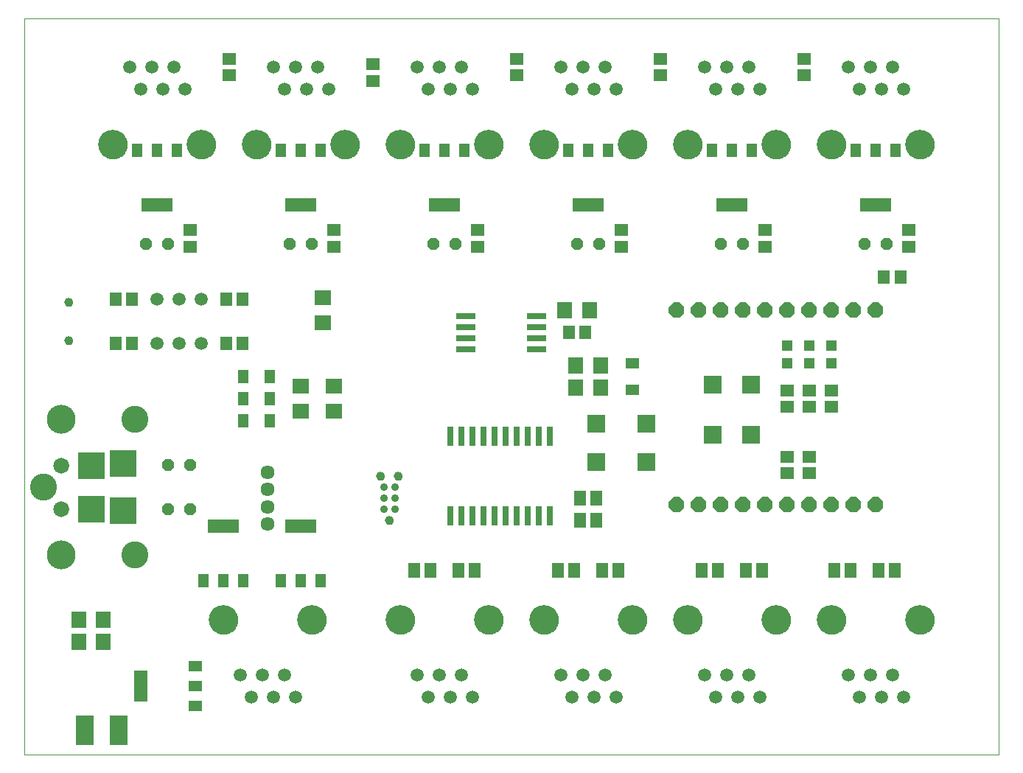
<source format=gbs>
G75*
%MOIN*%
%OFA0B0*%
%FSLAX24Y24*%
%IPPOS*%
%LPD*%
%AMOC8*
5,1,8,0,0,1.08239X$1,22.5*
%
%ADD10C,0.0000*%
%ADD11C,0.0594*%
%ADD12C,0.1320*%
%ADD13R,0.0670X0.0750*%
%ADD14R,0.0552X0.0631*%
%ADD15R,0.0631X0.0552*%
%ADD16OC8,0.0560*%
%ADD17R,0.0670X0.0749*%
%ADD18C,0.1221*%
%ADD19C,0.1306*%
%ADD20R,0.1221X0.1221*%
%ADD21C,0.0709*%
%ADD22R,0.0788X0.1379*%
%ADD23C,0.0350*%
%ADD24C,0.0390*%
%ADD25R,0.0749X0.0670*%
%ADD26R,0.0512X0.0591*%
%ADD27R,0.0591X0.0512*%
%ADD28C,0.0591*%
%ADD29R,0.1418X0.0591*%
%ADD30R,0.0790X0.0790*%
%ADD31C,0.0394*%
%ADD32R,0.0910X0.0280*%
%ADD33R,0.0591X0.1418*%
%ADD34C,0.0634*%
%ADD35R,0.0276X0.0906*%
%ADD36R,0.0552X0.0670*%
%ADD37OC8,0.0700*%
%ADD38R,0.0512X0.0512*%
D10*
X003100Y002000D02*
X003100Y035296D01*
X047170Y035296D01*
X047170Y002000D01*
X003100Y002000D01*
X011460Y008100D02*
X011462Y008150D01*
X011468Y008200D01*
X011478Y008249D01*
X011491Y008298D01*
X011509Y008345D01*
X011530Y008391D01*
X011554Y008434D01*
X011582Y008476D01*
X011613Y008516D01*
X011647Y008553D01*
X011684Y008587D01*
X011724Y008618D01*
X011766Y008646D01*
X011809Y008670D01*
X011855Y008691D01*
X011902Y008709D01*
X011951Y008722D01*
X012000Y008732D01*
X012050Y008738D01*
X012100Y008740D01*
X012150Y008738D01*
X012200Y008732D01*
X012249Y008722D01*
X012298Y008709D01*
X012345Y008691D01*
X012391Y008670D01*
X012434Y008646D01*
X012476Y008618D01*
X012516Y008587D01*
X012553Y008553D01*
X012587Y008516D01*
X012618Y008476D01*
X012646Y008434D01*
X012670Y008391D01*
X012691Y008345D01*
X012709Y008298D01*
X012722Y008249D01*
X012732Y008200D01*
X012738Y008150D01*
X012740Y008100D01*
X012738Y008050D01*
X012732Y008000D01*
X012722Y007951D01*
X012709Y007902D01*
X012691Y007855D01*
X012670Y007809D01*
X012646Y007766D01*
X012618Y007724D01*
X012587Y007684D01*
X012553Y007647D01*
X012516Y007613D01*
X012476Y007582D01*
X012434Y007554D01*
X012391Y007530D01*
X012345Y007509D01*
X012298Y007491D01*
X012249Y007478D01*
X012200Y007468D01*
X012150Y007462D01*
X012100Y007460D01*
X012050Y007462D01*
X012000Y007468D01*
X011951Y007478D01*
X011902Y007491D01*
X011855Y007509D01*
X011809Y007530D01*
X011766Y007554D01*
X011724Y007582D01*
X011684Y007613D01*
X011647Y007647D01*
X011613Y007684D01*
X011582Y007724D01*
X011554Y007766D01*
X011530Y007809D01*
X011509Y007855D01*
X011491Y007902D01*
X011478Y007951D01*
X011468Y008000D01*
X011462Y008050D01*
X011460Y008100D01*
X015460Y008100D02*
X015462Y008150D01*
X015468Y008200D01*
X015478Y008249D01*
X015491Y008298D01*
X015509Y008345D01*
X015530Y008391D01*
X015554Y008434D01*
X015582Y008476D01*
X015613Y008516D01*
X015647Y008553D01*
X015684Y008587D01*
X015724Y008618D01*
X015766Y008646D01*
X015809Y008670D01*
X015855Y008691D01*
X015902Y008709D01*
X015951Y008722D01*
X016000Y008732D01*
X016050Y008738D01*
X016100Y008740D01*
X016150Y008738D01*
X016200Y008732D01*
X016249Y008722D01*
X016298Y008709D01*
X016345Y008691D01*
X016391Y008670D01*
X016434Y008646D01*
X016476Y008618D01*
X016516Y008587D01*
X016553Y008553D01*
X016587Y008516D01*
X016618Y008476D01*
X016646Y008434D01*
X016670Y008391D01*
X016691Y008345D01*
X016709Y008298D01*
X016722Y008249D01*
X016732Y008200D01*
X016738Y008150D01*
X016740Y008100D01*
X016738Y008050D01*
X016732Y008000D01*
X016722Y007951D01*
X016709Y007902D01*
X016691Y007855D01*
X016670Y007809D01*
X016646Y007766D01*
X016618Y007724D01*
X016587Y007684D01*
X016553Y007647D01*
X016516Y007613D01*
X016476Y007582D01*
X016434Y007554D01*
X016391Y007530D01*
X016345Y007509D01*
X016298Y007491D01*
X016249Y007478D01*
X016200Y007468D01*
X016150Y007462D01*
X016100Y007460D01*
X016050Y007462D01*
X016000Y007468D01*
X015951Y007478D01*
X015902Y007491D01*
X015855Y007509D01*
X015809Y007530D01*
X015766Y007554D01*
X015724Y007582D01*
X015684Y007613D01*
X015647Y007647D01*
X015613Y007684D01*
X015582Y007724D01*
X015554Y007766D01*
X015530Y007809D01*
X015509Y007855D01*
X015491Y007902D01*
X015478Y007951D01*
X015468Y008000D01*
X015462Y008050D01*
X015460Y008100D01*
X019460Y008100D02*
X019462Y008150D01*
X019468Y008200D01*
X019478Y008249D01*
X019491Y008298D01*
X019509Y008345D01*
X019530Y008391D01*
X019554Y008434D01*
X019582Y008476D01*
X019613Y008516D01*
X019647Y008553D01*
X019684Y008587D01*
X019724Y008618D01*
X019766Y008646D01*
X019809Y008670D01*
X019855Y008691D01*
X019902Y008709D01*
X019951Y008722D01*
X020000Y008732D01*
X020050Y008738D01*
X020100Y008740D01*
X020150Y008738D01*
X020200Y008732D01*
X020249Y008722D01*
X020298Y008709D01*
X020345Y008691D01*
X020391Y008670D01*
X020434Y008646D01*
X020476Y008618D01*
X020516Y008587D01*
X020553Y008553D01*
X020587Y008516D01*
X020618Y008476D01*
X020646Y008434D01*
X020670Y008391D01*
X020691Y008345D01*
X020709Y008298D01*
X020722Y008249D01*
X020732Y008200D01*
X020738Y008150D01*
X020740Y008100D01*
X020738Y008050D01*
X020732Y008000D01*
X020722Y007951D01*
X020709Y007902D01*
X020691Y007855D01*
X020670Y007809D01*
X020646Y007766D01*
X020618Y007724D01*
X020587Y007684D01*
X020553Y007647D01*
X020516Y007613D01*
X020476Y007582D01*
X020434Y007554D01*
X020391Y007530D01*
X020345Y007509D01*
X020298Y007491D01*
X020249Y007478D01*
X020200Y007468D01*
X020150Y007462D01*
X020100Y007460D01*
X020050Y007462D01*
X020000Y007468D01*
X019951Y007478D01*
X019902Y007491D01*
X019855Y007509D01*
X019809Y007530D01*
X019766Y007554D01*
X019724Y007582D01*
X019684Y007613D01*
X019647Y007647D01*
X019613Y007684D01*
X019582Y007724D01*
X019554Y007766D01*
X019530Y007809D01*
X019509Y007855D01*
X019491Y007902D01*
X019478Y007951D01*
X019468Y008000D01*
X019462Y008050D01*
X019460Y008100D01*
X023460Y008100D02*
X023462Y008150D01*
X023468Y008200D01*
X023478Y008249D01*
X023491Y008298D01*
X023509Y008345D01*
X023530Y008391D01*
X023554Y008434D01*
X023582Y008476D01*
X023613Y008516D01*
X023647Y008553D01*
X023684Y008587D01*
X023724Y008618D01*
X023766Y008646D01*
X023809Y008670D01*
X023855Y008691D01*
X023902Y008709D01*
X023951Y008722D01*
X024000Y008732D01*
X024050Y008738D01*
X024100Y008740D01*
X024150Y008738D01*
X024200Y008732D01*
X024249Y008722D01*
X024298Y008709D01*
X024345Y008691D01*
X024391Y008670D01*
X024434Y008646D01*
X024476Y008618D01*
X024516Y008587D01*
X024553Y008553D01*
X024587Y008516D01*
X024618Y008476D01*
X024646Y008434D01*
X024670Y008391D01*
X024691Y008345D01*
X024709Y008298D01*
X024722Y008249D01*
X024732Y008200D01*
X024738Y008150D01*
X024740Y008100D01*
X024738Y008050D01*
X024732Y008000D01*
X024722Y007951D01*
X024709Y007902D01*
X024691Y007855D01*
X024670Y007809D01*
X024646Y007766D01*
X024618Y007724D01*
X024587Y007684D01*
X024553Y007647D01*
X024516Y007613D01*
X024476Y007582D01*
X024434Y007554D01*
X024391Y007530D01*
X024345Y007509D01*
X024298Y007491D01*
X024249Y007478D01*
X024200Y007468D01*
X024150Y007462D01*
X024100Y007460D01*
X024050Y007462D01*
X024000Y007468D01*
X023951Y007478D01*
X023902Y007491D01*
X023855Y007509D01*
X023809Y007530D01*
X023766Y007554D01*
X023724Y007582D01*
X023684Y007613D01*
X023647Y007647D01*
X023613Y007684D01*
X023582Y007724D01*
X023554Y007766D01*
X023530Y007809D01*
X023509Y007855D01*
X023491Y007902D01*
X023478Y007951D01*
X023468Y008000D01*
X023462Y008050D01*
X023460Y008100D01*
X025960Y008100D02*
X025962Y008150D01*
X025968Y008200D01*
X025978Y008249D01*
X025991Y008298D01*
X026009Y008345D01*
X026030Y008391D01*
X026054Y008434D01*
X026082Y008476D01*
X026113Y008516D01*
X026147Y008553D01*
X026184Y008587D01*
X026224Y008618D01*
X026266Y008646D01*
X026309Y008670D01*
X026355Y008691D01*
X026402Y008709D01*
X026451Y008722D01*
X026500Y008732D01*
X026550Y008738D01*
X026600Y008740D01*
X026650Y008738D01*
X026700Y008732D01*
X026749Y008722D01*
X026798Y008709D01*
X026845Y008691D01*
X026891Y008670D01*
X026934Y008646D01*
X026976Y008618D01*
X027016Y008587D01*
X027053Y008553D01*
X027087Y008516D01*
X027118Y008476D01*
X027146Y008434D01*
X027170Y008391D01*
X027191Y008345D01*
X027209Y008298D01*
X027222Y008249D01*
X027232Y008200D01*
X027238Y008150D01*
X027240Y008100D01*
X027238Y008050D01*
X027232Y008000D01*
X027222Y007951D01*
X027209Y007902D01*
X027191Y007855D01*
X027170Y007809D01*
X027146Y007766D01*
X027118Y007724D01*
X027087Y007684D01*
X027053Y007647D01*
X027016Y007613D01*
X026976Y007582D01*
X026934Y007554D01*
X026891Y007530D01*
X026845Y007509D01*
X026798Y007491D01*
X026749Y007478D01*
X026700Y007468D01*
X026650Y007462D01*
X026600Y007460D01*
X026550Y007462D01*
X026500Y007468D01*
X026451Y007478D01*
X026402Y007491D01*
X026355Y007509D01*
X026309Y007530D01*
X026266Y007554D01*
X026224Y007582D01*
X026184Y007613D01*
X026147Y007647D01*
X026113Y007684D01*
X026082Y007724D01*
X026054Y007766D01*
X026030Y007809D01*
X026009Y007855D01*
X025991Y007902D01*
X025978Y007951D01*
X025968Y008000D01*
X025962Y008050D01*
X025960Y008100D01*
X029960Y008100D02*
X029962Y008150D01*
X029968Y008200D01*
X029978Y008249D01*
X029991Y008298D01*
X030009Y008345D01*
X030030Y008391D01*
X030054Y008434D01*
X030082Y008476D01*
X030113Y008516D01*
X030147Y008553D01*
X030184Y008587D01*
X030224Y008618D01*
X030266Y008646D01*
X030309Y008670D01*
X030355Y008691D01*
X030402Y008709D01*
X030451Y008722D01*
X030500Y008732D01*
X030550Y008738D01*
X030600Y008740D01*
X030650Y008738D01*
X030700Y008732D01*
X030749Y008722D01*
X030798Y008709D01*
X030845Y008691D01*
X030891Y008670D01*
X030934Y008646D01*
X030976Y008618D01*
X031016Y008587D01*
X031053Y008553D01*
X031087Y008516D01*
X031118Y008476D01*
X031146Y008434D01*
X031170Y008391D01*
X031191Y008345D01*
X031209Y008298D01*
X031222Y008249D01*
X031232Y008200D01*
X031238Y008150D01*
X031240Y008100D01*
X031238Y008050D01*
X031232Y008000D01*
X031222Y007951D01*
X031209Y007902D01*
X031191Y007855D01*
X031170Y007809D01*
X031146Y007766D01*
X031118Y007724D01*
X031087Y007684D01*
X031053Y007647D01*
X031016Y007613D01*
X030976Y007582D01*
X030934Y007554D01*
X030891Y007530D01*
X030845Y007509D01*
X030798Y007491D01*
X030749Y007478D01*
X030700Y007468D01*
X030650Y007462D01*
X030600Y007460D01*
X030550Y007462D01*
X030500Y007468D01*
X030451Y007478D01*
X030402Y007491D01*
X030355Y007509D01*
X030309Y007530D01*
X030266Y007554D01*
X030224Y007582D01*
X030184Y007613D01*
X030147Y007647D01*
X030113Y007684D01*
X030082Y007724D01*
X030054Y007766D01*
X030030Y007809D01*
X030009Y007855D01*
X029991Y007902D01*
X029978Y007951D01*
X029968Y008000D01*
X029962Y008050D01*
X029960Y008100D01*
X032460Y008100D02*
X032462Y008150D01*
X032468Y008200D01*
X032478Y008249D01*
X032491Y008298D01*
X032509Y008345D01*
X032530Y008391D01*
X032554Y008434D01*
X032582Y008476D01*
X032613Y008516D01*
X032647Y008553D01*
X032684Y008587D01*
X032724Y008618D01*
X032766Y008646D01*
X032809Y008670D01*
X032855Y008691D01*
X032902Y008709D01*
X032951Y008722D01*
X033000Y008732D01*
X033050Y008738D01*
X033100Y008740D01*
X033150Y008738D01*
X033200Y008732D01*
X033249Y008722D01*
X033298Y008709D01*
X033345Y008691D01*
X033391Y008670D01*
X033434Y008646D01*
X033476Y008618D01*
X033516Y008587D01*
X033553Y008553D01*
X033587Y008516D01*
X033618Y008476D01*
X033646Y008434D01*
X033670Y008391D01*
X033691Y008345D01*
X033709Y008298D01*
X033722Y008249D01*
X033732Y008200D01*
X033738Y008150D01*
X033740Y008100D01*
X033738Y008050D01*
X033732Y008000D01*
X033722Y007951D01*
X033709Y007902D01*
X033691Y007855D01*
X033670Y007809D01*
X033646Y007766D01*
X033618Y007724D01*
X033587Y007684D01*
X033553Y007647D01*
X033516Y007613D01*
X033476Y007582D01*
X033434Y007554D01*
X033391Y007530D01*
X033345Y007509D01*
X033298Y007491D01*
X033249Y007478D01*
X033200Y007468D01*
X033150Y007462D01*
X033100Y007460D01*
X033050Y007462D01*
X033000Y007468D01*
X032951Y007478D01*
X032902Y007491D01*
X032855Y007509D01*
X032809Y007530D01*
X032766Y007554D01*
X032724Y007582D01*
X032684Y007613D01*
X032647Y007647D01*
X032613Y007684D01*
X032582Y007724D01*
X032554Y007766D01*
X032530Y007809D01*
X032509Y007855D01*
X032491Y007902D01*
X032478Y007951D01*
X032468Y008000D01*
X032462Y008050D01*
X032460Y008100D01*
X036460Y008100D02*
X036462Y008150D01*
X036468Y008200D01*
X036478Y008249D01*
X036491Y008298D01*
X036509Y008345D01*
X036530Y008391D01*
X036554Y008434D01*
X036582Y008476D01*
X036613Y008516D01*
X036647Y008553D01*
X036684Y008587D01*
X036724Y008618D01*
X036766Y008646D01*
X036809Y008670D01*
X036855Y008691D01*
X036902Y008709D01*
X036951Y008722D01*
X037000Y008732D01*
X037050Y008738D01*
X037100Y008740D01*
X037150Y008738D01*
X037200Y008732D01*
X037249Y008722D01*
X037298Y008709D01*
X037345Y008691D01*
X037391Y008670D01*
X037434Y008646D01*
X037476Y008618D01*
X037516Y008587D01*
X037553Y008553D01*
X037587Y008516D01*
X037618Y008476D01*
X037646Y008434D01*
X037670Y008391D01*
X037691Y008345D01*
X037709Y008298D01*
X037722Y008249D01*
X037732Y008200D01*
X037738Y008150D01*
X037740Y008100D01*
X037738Y008050D01*
X037732Y008000D01*
X037722Y007951D01*
X037709Y007902D01*
X037691Y007855D01*
X037670Y007809D01*
X037646Y007766D01*
X037618Y007724D01*
X037587Y007684D01*
X037553Y007647D01*
X037516Y007613D01*
X037476Y007582D01*
X037434Y007554D01*
X037391Y007530D01*
X037345Y007509D01*
X037298Y007491D01*
X037249Y007478D01*
X037200Y007468D01*
X037150Y007462D01*
X037100Y007460D01*
X037050Y007462D01*
X037000Y007468D01*
X036951Y007478D01*
X036902Y007491D01*
X036855Y007509D01*
X036809Y007530D01*
X036766Y007554D01*
X036724Y007582D01*
X036684Y007613D01*
X036647Y007647D01*
X036613Y007684D01*
X036582Y007724D01*
X036554Y007766D01*
X036530Y007809D01*
X036509Y007855D01*
X036491Y007902D01*
X036478Y007951D01*
X036468Y008000D01*
X036462Y008050D01*
X036460Y008100D01*
X038960Y008100D02*
X038962Y008150D01*
X038968Y008200D01*
X038978Y008249D01*
X038991Y008298D01*
X039009Y008345D01*
X039030Y008391D01*
X039054Y008434D01*
X039082Y008476D01*
X039113Y008516D01*
X039147Y008553D01*
X039184Y008587D01*
X039224Y008618D01*
X039266Y008646D01*
X039309Y008670D01*
X039355Y008691D01*
X039402Y008709D01*
X039451Y008722D01*
X039500Y008732D01*
X039550Y008738D01*
X039600Y008740D01*
X039650Y008738D01*
X039700Y008732D01*
X039749Y008722D01*
X039798Y008709D01*
X039845Y008691D01*
X039891Y008670D01*
X039934Y008646D01*
X039976Y008618D01*
X040016Y008587D01*
X040053Y008553D01*
X040087Y008516D01*
X040118Y008476D01*
X040146Y008434D01*
X040170Y008391D01*
X040191Y008345D01*
X040209Y008298D01*
X040222Y008249D01*
X040232Y008200D01*
X040238Y008150D01*
X040240Y008100D01*
X040238Y008050D01*
X040232Y008000D01*
X040222Y007951D01*
X040209Y007902D01*
X040191Y007855D01*
X040170Y007809D01*
X040146Y007766D01*
X040118Y007724D01*
X040087Y007684D01*
X040053Y007647D01*
X040016Y007613D01*
X039976Y007582D01*
X039934Y007554D01*
X039891Y007530D01*
X039845Y007509D01*
X039798Y007491D01*
X039749Y007478D01*
X039700Y007468D01*
X039650Y007462D01*
X039600Y007460D01*
X039550Y007462D01*
X039500Y007468D01*
X039451Y007478D01*
X039402Y007491D01*
X039355Y007509D01*
X039309Y007530D01*
X039266Y007554D01*
X039224Y007582D01*
X039184Y007613D01*
X039147Y007647D01*
X039113Y007684D01*
X039082Y007724D01*
X039054Y007766D01*
X039030Y007809D01*
X039009Y007855D01*
X038991Y007902D01*
X038978Y007951D01*
X038968Y008000D01*
X038962Y008050D01*
X038960Y008100D01*
X042960Y008100D02*
X042962Y008150D01*
X042968Y008200D01*
X042978Y008249D01*
X042991Y008298D01*
X043009Y008345D01*
X043030Y008391D01*
X043054Y008434D01*
X043082Y008476D01*
X043113Y008516D01*
X043147Y008553D01*
X043184Y008587D01*
X043224Y008618D01*
X043266Y008646D01*
X043309Y008670D01*
X043355Y008691D01*
X043402Y008709D01*
X043451Y008722D01*
X043500Y008732D01*
X043550Y008738D01*
X043600Y008740D01*
X043650Y008738D01*
X043700Y008732D01*
X043749Y008722D01*
X043798Y008709D01*
X043845Y008691D01*
X043891Y008670D01*
X043934Y008646D01*
X043976Y008618D01*
X044016Y008587D01*
X044053Y008553D01*
X044087Y008516D01*
X044118Y008476D01*
X044146Y008434D01*
X044170Y008391D01*
X044191Y008345D01*
X044209Y008298D01*
X044222Y008249D01*
X044232Y008200D01*
X044238Y008150D01*
X044240Y008100D01*
X044238Y008050D01*
X044232Y008000D01*
X044222Y007951D01*
X044209Y007902D01*
X044191Y007855D01*
X044170Y007809D01*
X044146Y007766D01*
X044118Y007724D01*
X044087Y007684D01*
X044053Y007647D01*
X044016Y007613D01*
X043976Y007582D01*
X043934Y007554D01*
X043891Y007530D01*
X043845Y007509D01*
X043798Y007491D01*
X043749Y007478D01*
X043700Y007468D01*
X043650Y007462D01*
X043600Y007460D01*
X043550Y007462D01*
X043500Y007468D01*
X043451Y007478D01*
X043402Y007491D01*
X043355Y007509D01*
X043309Y007530D01*
X043266Y007554D01*
X043224Y007582D01*
X043184Y007613D01*
X043147Y007647D01*
X043113Y007684D01*
X043082Y007724D01*
X043054Y007766D01*
X043030Y007809D01*
X043009Y007855D01*
X042991Y007902D01*
X042978Y007951D01*
X042968Y008000D01*
X042962Y008050D01*
X042960Y008100D01*
X019825Y014600D02*
X019827Y014626D01*
X019833Y014652D01*
X019842Y014676D01*
X019855Y014699D01*
X019872Y014719D01*
X019891Y014737D01*
X019913Y014752D01*
X019936Y014763D01*
X019961Y014771D01*
X019987Y014775D01*
X020013Y014775D01*
X020039Y014771D01*
X020064Y014763D01*
X020088Y014752D01*
X020109Y014737D01*
X020128Y014719D01*
X020145Y014699D01*
X020158Y014676D01*
X020167Y014652D01*
X020173Y014626D01*
X020175Y014600D01*
X020173Y014574D01*
X020167Y014548D01*
X020158Y014524D01*
X020145Y014501D01*
X020128Y014481D01*
X020109Y014463D01*
X020087Y014448D01*
X020064Y014437D01*
X020039Y014429D01*
X020013Y014425D01*
X019987Y014425D01*
X019961Y014429D01*
X019936Y014437D01*
X019912Y014448D01*
X019891Y014463D01*
X019872Y014481D01*
X019855Y014501D01*
X019842Y014524D01*
X019833Y014548D01*
X019827Y014574D01*
X019825Y014600D01*
X019025Y014600D02*
X019027Y014626D01*
X019033Y014652D01*
X019042Y014676D01*
X019055Y014699D01*
X019072Y014719D01*
X019091Y014737D01*
X019113Y014752D01*
X019136Y014763D01*
X019161Y014771D01*
X019187Y014775D01*
X019213Y014775D01*
X019239Y014771D01*
X019264Y014763D01*
X019288Y014752D01*
X019309Y014737D01*
X019328Y014719D01*
X019345Y014699D01*
X019358Y014676D01*
X019367Y014652D01*
X019373Y014626D01*
X019375Y014600D01*
X019373Y014574D01*
X019367Y014548D01*
X019358Y014524D01*
X019345Y014501D01*
X019328Y014481D01*
X019309Y014463D01*
X019287Y014448D01*
X019264Y014437D01*
X019239Y014429D01*
X019213Y014425D01*
X019187Y014425D01*
X019161Y014429D01*
X019136Y014437D01*
X019112Y014448D01*
X019091Y014463D01*
X019072Y014481D01*
X019055Y014501D01*
X019042Y014524D01*
X019033Y014548D01*
X019027Y014574D01*
X019025Y014600D01*
X019425Y012600D02*
X019427Y012626D01*
X019433Y012652D01*
X019442Y012676D01*
X019455Y012699D01*
X019472Y012719D01*
X019491Y012737D01*
X019513Y012752D01*
X019536Y012763D01*
X019561Y012771D01*
X019587Y012775D01*
X019613Y012775D01*
X019639Y012771D01*
X019664Y012763D01*
X019688Y012752D01*
X019709Y012737D01*
X019728Y012719D01*
X019745Y012699D01*
X019758Y012676D01*
X019767Y012652D01*
X019773Y012626D01*
X019775Y012600D01*
X019773Y012574D01*
X019767Y012548D01*
X019758Y012524D01*
X019745Y012501D01*
X019728Y012481D01*
X019709Y012463D01*
X019687Y012448D01*
X019664Y012437D01*
X019639Y012429D01*
X019613Y012425D01*
X019587Y012425D01*
X019561Y012429D01*
X019536Y012437D01*
X019512Y012448D01*
X019491Y012463D01*
X019472Y012481D01*
X019455Y012501D01*
X019442Y012524D01*
X019433Y012548D01*
X019427Y012574D01*
X019425Y012600D01*
X004923Y020734D02*
X004925Y020760D01*
X004931Y020786D01*
X004941Y020811D01*
X004954Y020834D01*
X004970Y020854D01*
X004990Y020872D01*
X005012Y020887D01*
X005035Y020899D01*
X005061Y020907D01*
X005087Y020911D01*
X005113Y020911D01*
X005139Y020907D01*
X005165Y020899D01*
X005189Y020887D01*
X005210Y020872D01*
X005230Y020854D01*
X005246Y020834D01*
X005259Y020811D01*
X005269Y020786D01*
X005275Y020760D01*
X005277Y020734D01*
X005275Y020708D01*
X005269Y020682D01*
X005259Y020657D01*
X005246Y020634D01*
X005230Y020614D01*
X005210Y020596D01*
X005188Y020581D01*
X005165Y020569D01*
X005139Y020561D01*
X005113Y020557D01*
X005087Y020557D01*
X005061Y020561D01*
X005035Y020569D01*
X005011Y020581D01*
X004990Y020596D01*
X004970Y020614D01*
X004954Y020634D01*
X004941Y020657D01*
X004931Y020682D01*
X004925Y020708D01*
X004923Y020734D01*
X004923Y022466D02*
X004925Y022492D01*
X004931Y022518D01*
X004941Y022543D01*
X004954Y022566D01*
X004970Y022586D01*
X004990Y022604D01*
X005012Y022619D01*
X005035Y022631D01*
X005061Y022639D01*
X005087Y022643D01*
X005113Y022643D01*
X005139Y022639D01*
X005165Y022631D01*
X005189Y022619D01*
X005210Y022604D01*
X005230Y022586D01*
X005246Y022566D01*
X005259Y022543D01*
X005269Y022518D01*
X005275Y022492D01*
X005277Y022466D01*
X005275Y022440D01*
X005269Y022414D01*
X005259Y022389D01*
X005246Y022366D01*
X005230Y022346D01*
X005210Y022328D01*
X005188Y022313D01*
X005165Y022301D01*
X005139Y022293D01*
X005113Y022289D01*
X005087Y022289D01*
X005061Y022293D01*
X005035Y022301D01*
X005011Y022313D01*
X004990Y022328D01*
X004970Y022346D01*
X004954Y022366D01*
X004941Y022389D01*
X004931Y022414D01*
X004925Y022440D01*
X004923Y022466D01*
X004419Y015084D02*
X004421Y015120D01*
X004427Y015156D01*
X004437Y015191D01*
X004450Y015225D01*
X004467Y015257D01*
X004487Y015287D01*
X004511Y015314D01*
X004537Y015339D01*
X004566Y015361D01*
X004597Y015380D01*
X004630Y015395D01*
X004664Y015407D01*
X004700Y015415D01*
X004736Y015419D01*
X004772Y015419D01*
X004808Y015415D01*
X004844Y015407D01*
X004878Y015395D01*
X004911Y015380D01*
X004942Y015361D01*
X004971Y015339D01*
X004997Y015314D01*
X005021Y015287D01*
X005041Y015257D01*
X005058Y015225D01*
X005071Y015191D01*
X005081Y015156D01*
X005087Y015120D01*
X005089Y015084D01*
X005087Y015048D01*
X005081Y015012D01*
X005071Y014977D01*
X005058Y014943D01*
X005041Y014911D01*
X005021Y014881D01*
X004997Y014854D01*
X004971Y014829D01*
X004942Y014807D01*
X004911Y014788D01*
X004878Y014773D01*
X004844Y014761D01*
X004808Y014753D01*
X004772Y014749D01*
X004736Y014749D01*
X004700Y014753D01*
X004664Y014761D01*
X004630Y014773D01*
X004597Y014788D01*
X004566Y014807D01*
X004537Y014829D01*
X004511Y014854D01*
X004487Y014881D01*
X004467Y014911D01*
X004450Y014943D01*
X004437Y014977D01*
X004427Y015012D01*
X004421Y015048D01*
X004419Y015084D01*
X004419Y013116D02*
X004421Y013152D01*
X004427Y013188D01*
X004437Y013223D01*
X004450Y013257D01*
X004467Y013289D01*
X004487Y013319D01*
X004511Y013346D01*
X004537Y013371D01*
X004566Y013393D01*
X004597Y013412D01*
X004630Y013427D01*
X004664Y013439D01*
X004700Y013447D01*
X004736Y013451D01*
X004772Y013451D01*
X004808Y013447D01*
X004844Y013439D01*
X004878Y013427D01*
X004911Y013412D01*
X004942Y013393D01*
X004971Y013371D01*
X004997Y013346D01*
X005021Y013319D01*
X005041Y013289D01*
X005058Y013257D01*
X005071Y013223D01*
X005081Y013188D01*
X005087Y013152D01*
X005089Y013116D01*
X005087Y013080D01*
X005081Y013044D01*
X005071Y013009D01*
X005058Y012975D01*
X005041Y012943D01*
X005021Y012913D01*
X004997Y012886D01*
X004971Y012861D01*
X004942Y012839D01*
X004911Y012820D01*
X004878Y012805D01*
X004844Y012793D01*
X004808Y012785D01*
X004772Y012781D01*
X004736Y012781D01*
X004700Y012785D01*
X004664Y012793D01*
X004630Y012805D01*
X004597Y012820D01*
X004566Y012839D01*
X004537Y012861D01*
X004511Y012886D01*
X004487Y012913D01*
X004467Y012943D01*
X004450Y012975D01*
X004437Y013009D01*
X004427Y013044D01*
X004421Y013080D01*
X004419Y013116D01*
X006460Y029600D02*
X006462Y029650D01*
X006468Y029700D01*
X006478Y029749D01*
X006491Y029798D01*
X006509Y029845D01*
X006530Y029891D01*
X006554Y029934D01*
X006582Y029976D01*
X006613Y030016D01*
X006647Y030053D01*
X006684Y030087D01*
X006724Y030118D01*
X006766Y030146D01*
X006809Y030170D01*
X006855Y030191D01*
X006902Y030209D01*
X006951Y030222D01*
X007000Y030232D01*
X007050Y030238D01*
X007100Y030240D01*
X007150Y030238D01*
X007200Y030232D01*
X007249Y030222D01*
X007298Y030209D01*
X007345Y030191D01*
X007391Y030170D01*
X007434Y030146D01*
X007476Y030118D01*
X007516Y030087D01*
X007553Y030053D01*
X007587Y030016D01*
X007618Y029976D01*
X007646Y029934D01*
X007670Y029891D01*
X007691Y029845D01*
X007709Y029798D01*
X007722Y029749D01*
X007732Y029700D01*
X007738Y029650D01*
X007740Y029600D01*
X007738Y029550D01*
X007732Y029500D01*
X007722Y029451D01*
X007709Y029402D01*
X007691Y029355D01*
X007670Y029309D01*
X007646Y029266D01*
X007618Y029224D01*
X007587Y029184D01*
X007553Y029147D01*
X007516Y029113D01*
X007476Y029082D01*
X007434Y029054D01*
X007391Y029030D01*
X007345Y029009D01*
X007298Y028991D01*
X007249Y028978D01*
X007200Y028968D01*
X007150Y028962D01*
X007100Y028960D01*
X007050Y028962D01*
X007000Y028968D01*
X006951Y028978D01*
X006902Y028991D01*
X006855Y029009D01*
X006809Y029030D01*
X006766Y029054D01*
X006724Y029082D01*
X006684Y029113D01*
X006647Y029147D01*
X006613Y029184D01*
X006582Y029224D01*
X006554Y029266D01*
X006530Y029309D01*
X006509Y029355D01*
X006491Y029402D01*
X006478Y029451D01*
X006468Y029500D01*
X006462Y029550D01*
X006460Y029600D01*
X010460Y029600D02*
X010462Y029650D01*
X010468Y029700D01*
X010478Y029749D01*
X010491Y029798D01*
X010509Y029845D01*
X010530Y029891D01*
X010554Y029934D01*
X010582Y029976D01*
X010613Y030016D01*
X010647Y030053D01*
X010684Y030087D01*
X010724Y030118D01*
X010766Y030146D01*
X010809Y030170D01*
X010855Y030191D01*
X010902Y030209D01*
X010951Y030222D01*
X011000Y030232D01*
X011050Y030238D01*
X011100Y030240D01*
X011150Y030238D01*
X011200Y030232D01*
X011249Y030222D01*
X011298Y030209D01*
X011345Y030191D01*
X011391Y030170D01*
X011434Y030146D01*
X011476Y030118D01*
X011516Y030087D01*
X011553Y030053D01*
X011587Y030016D01*
X011618Y029976D01*
X011646Y029934D01*
X011670Y029891D01*
X011691Y029845D01*
X011709Y029798D01*
X011722Y029749D01*
X011732Y029700D01*
X011738Y029650D01*
X011740Y029600D01*
X011738Y029550D01*
X011732Y029500D01*
X011722Y029451D01*
X011709Y029402D01*
X011691Y029355D01*
X011670Y029309D01*
X011646Y029266D01*
X011618Y029224D01*
X011587Y029184D01*
X011553Y029147D01*
X011516Y029113D01*
X011476Y029082D01*
X011434Y029054D01*
X011391Y029030D01*
X011345Y029009D01*
X011298Y028991D01*
X011249Y028978D01*
X011200Y028968D01*
X011150Y028962D01*
X011100Y028960D01*
X011050Y028962D01*
X011000Y028968D01*
X010951Y028978D01*
X010902Y028991D01*
X010855Y029009D01*
X010809Y029030D01*
X010766Y029054D01*
X010724Y029082D01*
X010684Y029113D01*
X010647Y029147D01*
X010613Y029184D01*
X010582Y029224D01*
X010554Y029266D01*
X010530Y029309D01*
X010509Y029355D01*
X010491Y029402D01*
X010478Y029451D01*
X010468Y029500D01*
X010462Y029550D01*
X010460Y029600D01*
X012960Y029600D02*
X012962Y029650D01*
X012968Y029700D01*
X012978Y029749D01*
X012991Y029798D01*
X013009Y029845D01*
X013030Y029891D01*
X013054Y029934D01*
X013082Y029976D01*
X013113Y030016D01*
X013147Y030053D01*
X013184Y030087D01*
X013224Y030118D01*
X013266Y030146D01*
X013309Y030170D01*
X013355Y030191D01*
X013402Y030209D01*
X013451Y030222D01*
X013500Y030232D01*
X013550Y030238D01*
X013600Y030240D01*
X013650Y030238D01*
X013700Y030232D01*
X013749Y030222D01*
X013798Y030209D01*
X013845Y030191D01*
X013891Y030170D01*
X013934Y030146D01*
X013976Y030118D01*
X014016Y030087D01*
X014053Y030053D01*
X014087Y030016D01*
X014118Y029976D01*
X014146Y029934D01*
X014170Y029891D01*
X014191Y029845D01*
X014209Y029798D01*
X014222Y029749D01*
X014232Y029700D01*
X014238Y029650D01*
X014240Y029600D01*
X014238Y029550D01*
X014232Y029500D01*
X014222Y029451D01*
X014209Y029402D01*
X014191Y029355D01*
X014170Y029309D01*
X014146Y029266D01*
X014118Y029224D01*
X014087Y029184D01*
X014053Y029147D01*
X014016Y029113D01*
X013976Y029082D01*
X013934Y029054D01*
X013891Y029030D01*
X013845Y029009D01*
X013798Y028991D01*
X013749Y028978D01*
X013700Y028968D01*
X013650Y028962D01*
X013600Y028960D01*
X013550Y028962D01*
X013500Y028968D01*
X013451Y028978D01*
X013402Y028991D01*
X013355Y029009D01*
X013309Y029030D01*
X013266Y029054D01*
X013224Y029082D01*
X013184Y029113D01*
X013147Y029147D01*
X013113Y029184D01*
X013082Y029224D01*
X013054Y029266D01*
X013030Y029309D01*
X013009Y029355D01*
X012991Y029402D01*
X012978Y029451D01*
X012968Y029500D01*
X012962Y029550D01*
X012960Y029600D01*
X016960Y029600D02*
X016962Y029650D01*
X016968Y029700D01*
X016978Y029749D01*
X016991Y029798D01*
X017009Y029845D01*
X017030Y029891D01*
X017054Y029934D01*
X017082Y029976D01*
X017113Y030016D01*
X017147Y030053D01*
X017184Y030087D01*
X017224Y030118D01*
X017266Y030146D01*
X017309Y030170D01*
X017355Y030191D01*
X017402Y030209D01*
X017451Y030222D01*
X017500Y030232D01*
X017550Y030238D01*
X017600Y030240D01*
X017650Y030238D01*
X017700Y030232D01*
X017749Y030222D01*
X017798Y030209D01*
X017845Y030191D01*
X017891Y030170D01*
X017934Y030146D01*
X017976Y030118D01*
X018016Y030087D01*
X018053Y030053D01*
X018087Y030016D01*
X018118Y029976D01*
X018146Y029934D01*
X018170Y029891D01*
X018191Y029845D01*
X018209Y029798D01*
X018222Y029749D01*
X018232Y029700D01*
X018238Y029650D01*
X018240Y029600D01*
X018238Y029550D01*
X018232Y029500D01*
X018222Y029451D01*
X018209Y029402D01*
X018191Y029355D01*
X018170Y029309D01*
X018146Y029266D01*
X018118Y029224D01*
X018087Y029184D01*
X018053Y029147D01*
X018016Y029113D01*
X017976Y029082D01*
X017934Y029054D01*
X017891Y029030D01*
X017845Y029009D01*
X017798Y028991D01*
X017749Y028978D01*
X017700Y028968D01*
X017650Y028962D01*
X017600Y028960D01*
X017550Y028962D01*
X017500Y028968D01*
X017451Y028978D01*
X017402Y028991D01*
X017355Y029009D01*
X017309Y029030D01*
X017266Y029054D01*
X017224Y029082D01*
X017184Y029113D01*
X017147Y029147D01*
X017113Y029184D01*
X017082Y029224D01*
X017054Y029266D01*
X017030Y029309D01*
X017009Y029355D01*
X016991Y029402D01*
X016978Y029451D01*
X016968Y029500D01*
X016962Y029550D01*
X016960Y029600D01*
X019460Y029600D02*
X019462Y029650D01*
X019468Y029700D01*
X019478Y029749D01*
X019491Y029798D01*
X019509Y029845D01*
X019530Y029891D01*
X019554Y029934D01*
X019582Y029976D01*
X019613Y030016D01*
X019647Y030053D01*
X019684Y030087D01*
X019724Y030118D01*
X019766Y030146D01*
X019809Y030170D01*
X019855Y030191D01*
X019902Y030209D01*
X019951Y030222D01*
X020000Y030232D01*
X020050Y030238D01*
X020100Y030240D01*
X020150Y030238D01*
X020200Y030232D01*
X020249Y030222D01*
X020298Y030209D01*
X020345Y030191D01*
X020391Y030170D01*
X020434Y030146D01*
X020476Y030118D01*
X020516Y030087D01*
X020553Y030053D01*
X020587Y030016D01*
X020618Y029976D01*
X020646Y029934D01*
X020670Y029891D01*
X020691Y029845D01*
X020709Y029798D01*
X020722Y029749D01*
X020732Y029700D01*
X020738Y029650D01*
X020740Y029600D01*
X020738Y029550D01*
X020732Y029500D01*
X020722Y029451D01*
X020709Y029402D01*
X020691Y029355D01*
X020670Y029309D01*
X020646Y029266D01*
X020618Y029224D01*
X020587Y029184D01*
X020553Y029147D01*
X020516Y029113D01*
X020476Y029082D01*
X020434Y029054D01*
X020391Y029030D01*
X020345Y029009D01*
X020298Y028991D01*
X020249Y028978D01*
X020200Y028968D01*
X020150Y028962D01*
X020100Y028960D01*
X020050Y028962D01*
X020000Y028968D01*
X019951Y028978D01*
X019902Y028991D01*
X019855Y029009D01*
X019809Y029030D01*
X019766Y029054D01*
X019724Y029082D01*
X019684Y029113D01*
X019647Y029147D01*
X019613Y029184D01*
X019582Y029224D01*
X019554Y029266D01*
X019530Y029309D01*
X019509Y029355D01*
X019491Y029402D01*
X019478Y029451D01*
X019468Y029500D01*
X019462Y029550D01*
X019460Y029600D01*
X023460Y029600D02*
X023462Y029650D01*
X023468Y029700D01*
X023478Y029749D01*
X023491Y029798D01*
X023509Y029845D01*
X023530Y029891D01*
X023554Y029934D01*
X023582Y029976D01*
X023613Y030016D01*
X023647Y030053D01*
X023684Y030087D01*
X023724Y030118D01*
X023766Y030146D01*
X023809Y030170D01*
X023855Y030191D01*
X023902Y030209D01*
X023951Y030222D01*
X024000Y030232D01*
X024050Y030238D01*
X024100Y030240D01*
X024150Y030238D01*
X024200Y030232D01*
X024249Y030222D01*
X024298Y030209D01*
X024345Y030191D01*
X024391Y030170D01*
X024434Y030146D01*
X024476Y030118D01*
X024516Y030087D01*
X024553Y030053D01*
X024587Y030016D01*
X024618Y029976D01*
X024646Y029934D01*
X024670Y029891D01*
X024691Y029845D01*
X024709Y029798D01*
X024722Y029749D01*
X024732Y029700D01*
X024738Y029650D01*
X024740Y029600D01*
X024738Y029550D01*
X024732Y029500D01*
X024722Y029451D01*
X024709Y029402D01*
X024691Y029355D01*
X024670Y029309D01*
X024646Y029266D01*
X024618Y029224D01*
X024587Y029184D01*
X024553Y029147D01*
X024516Y029113D01*
X024476Y029082D01*
X024434Y029054D01*
X024391Y029030D01*
X024345Y029009D01*
X024298Y028991D01*
X024249Y028978D01*
X024200Y028968D01*
X024150Y028962D01*
X024100Y028960D01*
X024050Y028962D01*
X024000Y028968D01*
X023951Y028978D01*
X023902Y028991D01*
X023855Y029009D01*
X023809Y029030D01*
X023766Y029054D01*
X023724Y029082D01*
X023684Y029113D01*
X023647Y029147D01*
X023613Y029184D01*
X023582Y029224D01*
X023554Y029266D01*
X023530Y029309D01*
X023509Y029355D01*
X023491Y029402D01*
X023478Y029451D01*
X023468Y029500D01*
X023462Y029550D01*
X023460Y029600D01*
X025960Y029600D02*
X025962Y029650D01*
X025968Y029700D01*
X025978Y029749D01*
X025991Y029798D01*
X026009Y029845D01*
X026030Y029891D01*
X026054Y029934D01*
X026082Y029976D01*
X026113Y030016D01*
X026147Y030053D01*
X026184Y030087D01*
X026224Y030118D01*
X026266Y030146D01*
X026309Y030170D01*
X026355Y030191D01*
X026402Y030209D01*
X026451Y030222D01*
X026500Y030232D01*
X026550Y030238D01*
X026600Y030240D01*
X026650Y030238D01*
X026700Y030232D01*
X026749Y030222D01*
X026798Y030209D01*
X026845Y030191D01*
X026891Y030170D01*
X026934Y030146D01*
X026976Y030118D01*
X027016Y030087D01*
X027053Y030053D01*
X027087Y030016D01*
X027118Y029976D01*
X027146Y029934D01*
X027170Y029891D01*
X027191Y029845D01*
X027209Y029798D01*
X027222Y029749D01*
X027232Y029700D01*
X027238Y029650D01*
X027240Y029600D01*
X027238Y029550D01*
X027232Y029500D01*
X027222Y029451D01*
X027209Y029402D01*
X027191Y029355D01*
X027170Y029309D01*
X027146Y029266D01*
X027118Y029224D01*
X027087Y029184D01*
X027053Y029147D01*
X027016Y029113D01*
X026976Y029082D01*
X026934Y029054D01*
X026891Y029030D01*
X026845Y029009D01*
X026798Y028991D01*
X026749Y028978D01*
X026700Y028968D01*
X026650Y028962D01*
X026600Y028960D01*
X026550Y028962D01*
X026500Y028968D01*
X026451Y028978D01*
X026402Y028991D01*
X026355Y029009D01*
X026309Y029030D01*
X026266Y029054D01*
X026224Y029082D01*
X026184Y029113D01*
X026147Y029147D01*
X026113Y029184D01*
X026082Y029224D01*
X026054Y029266D01*
X026030Y029309D01*
X026009Y029355D01*
X025991Y029402D01*
X025978Y029451D01*
X025968Y029500D01*
X025962Y029550D01*
X025960Y029600D01*
X029960Y029600D02*
X029962Y029650D01*
X029968Y029700D01*
X029978Y029749D01*
X029991Y029798D01*
X030009Y029845D01*
X030030Y029891D01*
X030054Y029934D01*
X030082Y029976D01*
X030113Y030016D01*
X030147Y030053D01*
X030184Y030087D01*
X030224Y030118D01*
X030266Y030146D01*
X030309Y030170D01*
X030355Y030191D01*
X030402Y030209D01*
X030451Y030222D01*
X030500Y030232D01*
X030550Y030238D01*
X030600Y030240D01*
X030650Y030238D01*
X030700Y030232D01*
X030749Y030222D01*
X030798Y030209D01*
X030845Y030191D01*
X030891Y030170D01*
X030934Y030146D01*
X030976Y030118D01*
X031016Y030087D01*
X031053Y030053D01*
X031087Y030016D01*
X031118Y029976D01*
X031146Y029934D01*
X031170Y029891D01*
X031191Y029845D01*
X031209Y029798D01*
X031222Y029749D01*
X031232Y029700D01*
X031238Y029650D01*
X031240Y029600D01*
X031238Y029550D01*
X031232Y029500D01*
X031222Y029451D01*
X031209Y029402D01*
X031191Y029355D01*
X031170Y029309D01*
X031146Y029266D01*
X031118Y029224D01*
X031087Y029184D01*
X031053Y029147D01*
X031016Y029113D01*
X030976Y029082D01*
X030934Y029054D01*
X030891Y029030D01*
X030845Y029009D01*
X030798Y028991D01*
X030749Y028978D01*
X030700Y028968D01*
X030650Y028962D01*
X030600Y028960D01*
X030550Y028962D01*
X030500Y028968D01*
X030451Y028978D01*
X030402Y028991D01*
X030355Y029009D01*
X030309Y029030D01*
X030266Y029054D01*
X030224Y029082D01*
X030184Y029113D01*
X030147Y029147D01*
X030113Y029184D01*
X030082Y029224D01*
X030054Y029266D01*
X030030Y029309D01*
X030009Y029355D01*
X029991Y029402D01*
X029978Y029451D01*
X029968Y029500D01*
X029962Y029550D01*
X029960Y029600D01*
X032460Y029600D02*
X032462Y029650D01*
X032468Y029700D01*
X032478Y029749D01*
X032491Y029798D01*
X032509Y029845D01*
X032530Y029891D01*
X032554Y029934D01*
X032582Y029976D01*
X032613Y030016D01*
X032647Y030053D01*
X032684Y030087D01*
X032724Y030118D01*
X032766Y030146D01*
X032809Y030170D01*
X032855Y030191D01*
X032902Y030209D01*
X032951Y030222D01*
X033000Y030232D01*
X033050Y030238D01*
X033100Y030240D01*
X033150Y030238D01*
X033200Y030232D01*
X033249Y030222D01*
X033298Y030209D01*
X033345Y030191D01*
X033391Y030170D01*
X033434Y030146D01*
X033476Y030118D01*
X033516Y030087D01*
X033553Y030053D01*
X033587Y030016D01*
X033618Y029976D01*
X033646Y029934D01*
X033670Y029891D01*
X033691Y029845D01*
X033709Y029798D01*
X033722Y029749D01*
X033732Y029700D01*
X033738Y029650D01*
X033740Y029600D01*
X033738Y029550D01*
X033732Y029500D01*
X033722Y029451D01*
X033709Y029402D01*
X033691Y029355D01*
X033670Y029309D01*
X033646Y029266D01*
X033618Y029224D01*
X033587Y029184D01*
X033553Y029147D01*
X033516Y029113D01*
X033476Y029082D01*
X033434Y029054D01*
X033391Y029030D01*
X033345Y029009D01*
X033298Y028991D01*
X033249Y028978D01*
X033200Y028968D01*
X033150Y028962D01*
X033100Y028960D01*
X033050Y028962D01*
X033000Y028968D01*
X032951Y028978D01*
X032902Y028991D01*
X032855Y029009D01*
X032809Y029030D01*
X032766Y029054D01*
X032724Y029082D01*
X032684Y029113D01*
X032647Y029147D01*
X032613Y029184D01*
X032582Y029224D01*
X032554Y029266D01*
X032530Y029309D01*
X032509Y029355D01*
X032491Y029402D01*
X032478Y029451D01*
X032468Y029500D01*
X032462Y029550D01*
X032460Y029600D01*
X036460Y029600D02*
X036462Y029650D01*
X036468Y029700D01*
X036478Y029749D01*
X036491Y029798D01*
X036509Y029845D01*
X036530Y029891D01*
X036554Y029934D01*
X036582Y029976D01*
X036613Y030016D01*
X036647Y030053D01*
X036684Y030087D01*
X036724Y030118D01*
X036766Y030146D01*
X036809Y030170D01*
X036855Y030191D01*
X036902Y030209D01*
X036951Y030222D01*
X037000Y030232D01*
X037050Y030238D01*
X037100Y030240D01*
X037150Y030238D01*
X037200Y030232D01*
X037249Y030222D01*
X037298Y030209D01*
X037345Y030191D01*
X037391Y030170D01*
X037434Y030146D01*
X037476Y030118D01*
X037516Y030087D01*
X037553Y030053D01*
X037587Y030016D01*
X037618Y029976D01*
X037646Y029934D01*
X037670Y029891D01*
X037691Y029845D01*
X037709Y029798D01*
X037722Y029749D01*
X037732Y029700D01*
X037738Y029650D01*
X037740Y029600D01*
X037738Y029550D01*
X037732Y029500D01*
X037722Y029451D01*
X037709Y029402D01*
X037691Y029355D01*
X037670Y029309D01*
X037646Y029266D01*
X037618Y029224D01*
X037587Y029184D01*
X037553Y029147D01*
X037516Y029113D01*
X037476Y029082D01*
X037434Y029054D01*
X037391Y029030D01*
X037345Y029009D01*
X037298Y028991D01*
X037249Y028978D01*
X037200Y028968D01*
X037150Y028962D01*
X037100Y028960D01*
X037050Y028962D01*
X037000Y028968D01*
X036951Y028978D01*
X036902Y028991D01*
X036855Y029009D01*
X036809Y029030D01*
X036766Y029054D01*
X036724Y029082D01*
X036684Y029113D01*
X036647Y029147D01*
X036613Y029184D01*
X036582Y029224D01*
X036554Y029266D01*
X036530Y029309D01*
X036509Y029355D01*
X036491Y029402D01*
X036478Y029451D01*
X036468Y029500D01*
X036462Y029550D01*
X036460Y029600D01*
X038960Y029600D02*
X038962Y029650D01*
X038968Y029700D01*
X038978Y029749D01*
X038991Y029798D01*
X039009Y029845D01*
X039030Y029891D01*
X039054Y029934D01*
X039082Y029976D01*
X039113Y030016D01*
X039147Y030053D01*
X039184Y030087D01*
X039224Y030118D01*
X039266Y030146D01*
X039309Y030170D01*
X039355Y030191D01*
X039402Y030209D01*
X039451Y030222D01*
X039500Y030232D01*
X039550Y030238D01*
X039600Y030240D01*
X039650Y030238D01*
X039700Y030232D01*
X039749Y030222D01*
X039798Y030209D01*
X039845Y030191D01*
X039891Y030170D01*
X039934Y030146D01*
X039976Y030118D01*
X040016Y030087D01*
X040053Y030053D01*
X040087Y030016D01*
X040118Y029976D01*
X040146Y029934D01*
X040170Y029891D01*
X040191Y029845D01*
X040209Y029798D01*
X040222Y029749D01*
X040232Y029700D01*
X040238Y029650D01*
X040240Y029600D01*
X040238Y029550D01*
X040232Y029500D01*
X040222Y029451D01*
X040209Y029402D01*
X040191Y029355D01*
X040170Y029309D01*
X040146Y029266D01*
X040118Y029224D01*
X040087Y029184D01*
X040053Y029147D01*
X040016Y029113D01*
X039976Y029082D01*
X039934Y029054D01*
X039891Y029030D01*
X039845Y029009D01*
X039798Y028991D01*
X039749Y028978D01*
X039700Y028968D01*
X039650Y028962D01*
X039600Y028960D01*
X039550Y028962D01*
X039500Y028968D01*
X039451Y028978D01*
X039402Y028991D01*
X039355Y029009D01*
X039309Y029030D01*
X039266Y029054D01*
X039224Y029082D01*
X039184Y029113D01*
X039147Y029147D01*
X039113Y029184D01*
X039082Y029224D01*
X039054Y029266D01*
X039030Y029309D01*
X039009Y029355D01*
X038991Y029402D01*
X038978Y029451D01*
X038968Y029500D01*
X038962Y029550D01*
X038960Y029600D01*
X042960Y029600D02*
X042962Y029650D01*
X042968Y029700D01*
X042978Y029749D01*
X042991Y029798D01*
X043009Y029845D01*
X043030Y029891D01*
X043054Y029934D01*
X043082Y029976D01*
X043113Y030016D01*
X043147Y030053D01*
X043184Y030087D01*
X043224Y030118D01*
X043266Y030146D01*
X043309Y030170D01*
X043355Y030191D01*
X043402Y030209D01*
X043451Y030222D01*
X043500Y030232D01*
X043550Y030238D01*
X043600Y030240D01*
X043650Y030238D01*
X043700Y030232D01*
X043749Y030222D01*
X043798Y030209D01*
X043845Y030191D01*
X043891Y030170D01*
X043934Y030146D01*
X043976Y030118D01*
X044016Y030087D01*
X044053Y030053D01*
X044087Y030016D01*
X044118Y029976D01*
X044146Y029934D01*
X044170Y029891D01*
X044191Y029845D01*
X044209Y029798D01*
X044222Y029749D01*
X044232Y029700D01*
X044238Y029650D01*
X044240Y029600D01*
X044238Y029550D01*
X044232Y029500D01*
X044222Y029451D01*
X044209Y029402D01*
X044191Y029355D01*
X044170Y029309D01*
X044146Y029266D01*
X044118Y029224D01*
X044087Y029184D01*
X044053Y029147D01*
X044016Y029113D01*
X043976Y029082D01*
X043934Y029054D01*
X043891Y029030D01*
X043845Y029009D01*
X043798Y028991D01*
X043749Y028978D01*
X043700Y028968D01*
X043650Y028962D01*
X043600Y028960D01*
X043550Y028962D01*
X043500Y028968D01*
X043451Y028978D01*
X043402Y028991D01*
X043355Y029009D01*
X043309Y029030D01*
X043266Y029054D01*
X043224Y029082D01*
X043184Y029113D01*
X043147Y029147D01*
X043113Y029184D01*
X043082Y029224D01*
X043054Y029266D01*
X043030Y029309D01*
X043009Y029355D01*
X042991Y029402D01*
X042978Y029451D01*
X042968Y029500D01*
X042962Y029550D01*
X042960Y029600D01*
D11*
X042850Y032100D03*
X041850Y032100D03*
X040850Y032100D03*
X040350Y033100D03*
X041350Y033100D03*
X042350Y033100D03*
X036350Y032100D03*
X035350Y032100D03*
X034350Y032100D03*
X033850Y033100D03*
X034850Y033100D03*
X035850Y033100D03*
X029850Y032100D03*
X028850Y032100D03*
X027850Y032100D03*
X027350Y033100D03*
X028350Y033100D03*
X029350Y033100D03*
X023350Y032100D03*
X022350Y032100D03*
X021350Y032100D03*
X020850Y033100D03*
X021850Y033100D03*
X022850Y033100D03*
X016850Y032100D03*
X015850Y032100D03*
X014850Y032100D03*
X014350Y033100D03*
X015350Y033100D03*
X016350Y033100D03*
X010350Y032100D03*
X009350Y032100D03*
X008350Y032100D03*
X007850Y033100D03*
X008850Y033100D03*
X009850Y033100D03*
X012850Y005600D03*
X013850Y005600D03*
X014850Y005600D03*
X014350Y004600D03*
X013350Y004600D03*
X015350Y004600D03*
X020850Y005600D03*
X021850Y005600D03*
X022850Y005600D03*
X022350Y004600D03*
X021350Y004600D03*
X023350Y004600D03*
X027350Y005600D03*
X028350Y005600D03*
X029350Y005600D03*
X028850Y004600D03*
X027850Y004600D03*
X029850Y004600D03*
X033850Y005600D03*
X034850Y005600D03*
X035850Y005600D03*
X035350Y004600D03*
X034350Y004600D03*
X036350Y004600D03*
X040350Y005600D03*
X041350Y005600D03*
X042350Y005600D03*
X041850Y004600D03*
X040850Y004600D03*
X042850Y004600D03*
D12*
X043600Y008100D03*
X039600Y008100D03*
X037100Y008100D03*
X033100Y008100D03*
X030600Y008100D03*
X026600Y008100D03*
X024100Y008100D03*
X020100Y008100D03*
X016100Y008100D03*
X012100Y008100D03*
X011100Y029600D03*
X013600Y029600D03*
X017600Y029600D03*
X020100Y029600D03*
X024100Y029600D03*
X026600Y029600D03*
X030600Y029600D03*
X033100Y029600D03*
X037100Y029600D03*
X039600Y029600D03*
X043600Y029600D03*
X007100Y029600D03*
D13*
X027540Y022100D03*
X028660Y022100D03*
X029160Y019600D03*
X029160Y018600D03*
X028040Y018600D03*
X028040Y019600D03*
D14*
X027726Y021100D03*
X028474Y021100D03*
X041976Y023600D03*
X042724Y023600D03*
X012974Y022600D03*
X012226Y022600D03*
X012226Y020600D03*
X012974Y020600D03*
X007974Y020600D03*
X007226Y020600D03*
X007226Y022600D03*
X007974Y022600D03*
D15*
X010600Y024976D03*
X010600Y025724D03*
X017100Y025724D03*
X017100Y024976D03*
X023600Y024976D03*
X023600Y025724D03*
X030100Y025724D03*
X030100Y024976D03*
X036600Y024976D03*
X036600Y025724D03*
X043100Y025724D03*
X043100Y024976D03*
X039600Y018474D03*
X039600Y017726D03*
X038600Y017726D03*
X038600Y018474D03*
X037600Y018474D03*
X037600Y017726D03*
X037600Y015474D03*
X037600Y014726D03*
X038600Y014726D03*
X038600Y015474D03*
X018850Y032476D03*
X018850Y033224D03*
X012350Y033474D03*
X012350Y032726D03*
X025350Y032726D03*
X025350Y033474D03*
X031850Y033474D03*
X031850Y032726D03*
X038350Y032726D03*
X038350Y033474D03*
D16*
X035600Y025100D03*
X034600Y025100D03*
X029100Y025100D03*
X028100Y025100D03*
X022600Y025100D03*
X021600Y025100D03*
X016100Y025100D03*
X015100Y025100D03*
X009600Y025100D03*
X008600Y025100D03*
X009600Y015100D03*
X010600Y015100D03*
X010600Y013100D03*
X009600Y013100D03*
X041100Y025100D03*
X042100Y025100D03*
D17*
X006651Y008100D03*
X005549Y008100D03*
X005549Y007100D03*
X006651Y007100D03*
D18*
X008100Y011029D03*
X003966Y014100D03*
X008100Y017171D03*
D19*
X004754Y017171D03*
X004754Y011029D03*
D20*
X006131Y013116D03*
X007569Y013037D03*
X007569Y015163D03*
X006131Y015084D03*
D21*
X004754Y015084D03*
X004754Y013116D03*
D22*
X005832Y003100D03*
X007368Y003100D03*
D23*
X019350Y013100D03*
X019850Y013100D03*
X019850Y013600D03*
X019850Y014100D03*
X019350Y014100D03*
X019350Y013600D03*
D24*
X019200Y014600D03*
X020000Y014600D03*
X019600Y012600D03*
D25*
X017100Y017549D03*
X017100Y018651D03*
X015600Y018651D03*
X015600Y017549D03*
X016600Y021549D03*
X016600Y022651D03*
D26*
X014191Y019100D03*
X013009Y019100D03*
X013009Y018100D03*
X014191Y018100D03*
X014191Y017100D03*
X013009Y017100D03*
X013010Y009880D03*
X012100Y009880D03*
X011190Y009880D03*
X014690Y009880D03*
X015600Y009880D03*
X016510Y009880D03*
X016510Y029320D03*
X015600Y029320D03*
X014690Y029320D03*
X010010Y029320D03*
X009100Y029320D03*
X008190Y029320D03*
X021190Y029320D03*
X022100Y029320D03*
X023010Y029320D03*
X027690Y029320D03*
X028600Y029320D03*
X029510Y029320D03*
X034190Y029320D03*
X035100Y029320D03*
X036010Y029320D03*
X040690Y029320D03*
X041600Y029320D03*
X042510Y029320D03*
D27*
X030600Y019691D03*
X030600Y018509D03*
X010820Y006010D03*
X010820Y005100D03*
X010820Y004190D03*
D28*
X011100Y020600D03*
X010100Y020600D03*
X009100Y020600D03*
X009100Y022600D03*
X010100Y022600D03*
X011100Y022600D03*
D29*
X009100Y026880D03*
X015600Y026880D03*
X022100Y026880D03*
X028600Y026880D03*
X035100Y026880D03*
X041600Y026880D03*
X015600Y012320D03*
X012100Y012320D03*
D30*
X028975Y015225D03*
X031225Y015225D03*
X031225Y016975D03*
X028975Y016975D03*
X034225Y016475D03*
X035975Y016475D03*
X035975Y018725D03*
X034225Y018725D03*
D31*
X005100Y020734D03*
X005100Y022466D03*
D32*
X023070Y021850D03*
X023070Y021350D03*
X023070Y020850D03*
X023070Y020350D03*
X026255Y020350D03*
X026255Y020850D03*
X026255Y021350D03*
X026255Y021850D03*
D33*
X008380Y005100D03*
D34*
X014100Y012419D03*
X014100Y013206D03*
X014100Y013994D03*
X014100Y014781D03*
D35*
X022350Y016411D03*
X022850Y016411D03*
X023350Y016411D03*
X023850Y016411D03*
X024350Y016411D03*
X024850Y016411D03*
X025350Y016411D03*
X025850Y016411D03*
X026350Y016411D03*
X026850Y016411D03*
X026850Y012789D03*
X026350Y012789D03*
X025850Y012789D03*
X025350Y012789D03*
X024850Y012789D03*
X024350Y012789D03*
X023850Y012789D03*
X023350Y012789D03*
X022850Y012789D03*
X022350Y012789D03*
D36*
X022726Y010350D03*
X023474Y010350D03*
X021474Y010350D03*
X020726Y010350D03*
X027226Y010350D03*
X027974Y010350D03*
X029226Y010350D03*
X029974Y010350D03*
X028974Y012600D03*
X028226Y012600D03*
X028226Y013600D03*
X028974Y013600D03*
X033726Y010350D03*
X034474Y010350D03*
X035726Y010350D03*
X036474Y010350D03*
X039726Y010350D03*
X040474Y010350D03*
X041726Y010350D03*
X042474Y010350D03*
D37*
X041600Y013299D03*
X040600Y013299D03*
X039600Y013299D03*
X038600Y013299D03*
X037600Y013299D03*
X036600Y013299D03*
X035600Y013299D03*
X034600Y013299D03*
X033600Y013299D03*
X032600Y013299D03*
X032600Y022094D03*
X033600Y022094D03*
X034600Y022094D03*
X035600Y022094D03*
X036600Y022094D03*
X037600Y022094D03*
X038600Y022094D03*
X039600Y022094D03*
X040600Y022094D03*
X041600Y022094D03*
D38*
X039600Y020513D03*
X039600Y019687D03*
X038600Y019687D03*
X038600Y020513D03*
X037600Y020513D03*
X037600Y019687D03*
M02*

</source>
